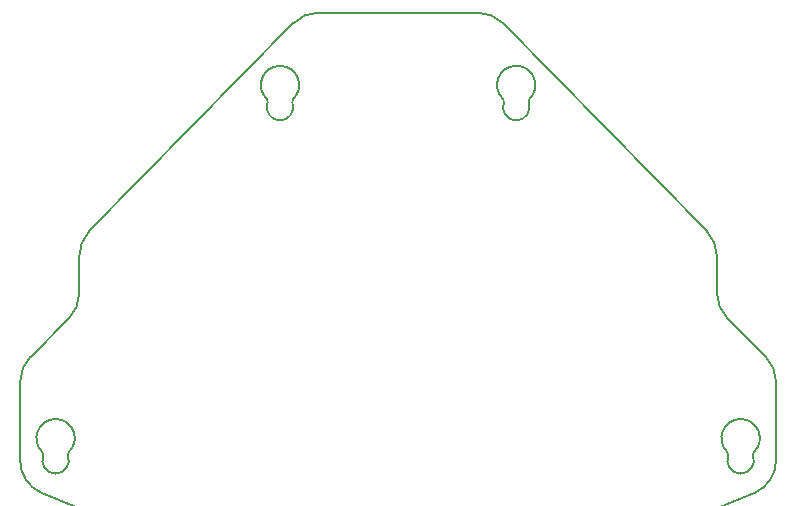
<source format=gbr>
G04 #@! TF.GenerationSoftware,KiCad,Pcbnew,7.0.2-0*
G04 #@! TF.CreationDate,2023-07-23T18:41:44+09:00*
G04 #@! TF.ProjectId,boost_board2,626f6f73-745f-4626-9f61-7264322e6b69,rev?*
G04 #@! TF.SameCoordinates,Original*
G04 #@! TF.FileFunction,Profile,NP*
%FSLAX46Y46*%
G04 Gerber Fmt 4.6, Leading zero omitted, Abs format (unit mm)*
G04 Created by KiCad (PCBNEW 7.0.2-0) date 2023-07-23 18:41:44*
%MOMM*%
%LPD*%
G01*
G04 APERTURE LIST*
G04 #@! TA.AperFunction,Profile*
%ADD10C,0.200000*%
G04 #@! TD*
G04 APERTURE END LIST*
D10*
X181121321Y-89121321D02*
X177878680Y-85878680D01*
X177953364Y-97488947D02*
G75*
G03*
X177891331Y-97214498I-232664J91647D01*
G01*
X182000000Y-97901443D02*
X182000000Y-91242642D01*
X141117718Y-60900673D02*
X123856912Y-78521280D01*
X177953356Y-97488944D02*
G75*
G03*
X180046646Y-97488943I1046645J-412500D01*
G01*
X118878671Y-89121313D02*
G75*
G03*
X118000000Y-91242642I2121029J-2121187D01*
G01*
X180108636Y-97214462D02*
G75*
G03*
X180046647Y-97488943I170464J-182738D01*
G01*
X180108670Y-97214498D02*
G75*
G03*
X177891331Y-97214498I-1108669J1188055D01*
G01*
X143260806Y-59999963D02*
G75*
G03*
X141117718Y-60900673I94J-3000137D01*
G01*
X123856918Y-78521286D02*
G75*
G03*
X123000000Y-80620607I2143282J-2099414D01*
G01*
X117999961Y-97901443D02*
G75*
G03*
X119791666Y-100647336I3000039J43D01*
G01*
X122108669Y-97214498D02*
G75*
G03*
X119891330Y-97214498I-1108669J1188055D01*
G01*
X122121299Y-85878659D02*
G75*
G03*
X123000000Y-83757360I-2121099J2121259D01*
G01*
X123000000Y-80620607D02*
X123000000Y-83757360D01*
X119953306Y-97488925D02*
G75*
G03*
X119891329Y-97214499I-232406J91725D01*
G01*
X141108670Y-67313056D02*
G75*
G03*
X138891330Y-67313056I-1108670J1188055D01*
G01*
X141108651Y-67313035D02*
G75*
G03*
X141046647Y-67587501I170549J-182765D01*
G01*
X176143088Y-78521280D02*
X158882282Y-60900673D01*
X180208318Y-100647300D02*
G75*
G03*
X182000000Y-97901443I-1208318J2745900D01*
G01*
X161108634Y-67313018D02*
G75*
G03*
X161046648Y-67587501I170666J-182782D01*
G01*
X181999971Y-91242642D02*
G75*
G03*
X181121321Y-89121321I-2999971J42D01*
G01*
X176999953Y-80620607D02*
G75*
G03*
X176143088Y-78521280I-2999853J107D01*
G01*
X161108670Y-67313056D02*
G75*
G03*
X158891330Y-67313056I-1108670J1188055D01*
G01*
X122121320Y-85878680D02*
X118878679Y-89121321D01*
X177000000Y-83757360D02*
X177000000Y-80620607D01*
X118000000Y-91242642D02*
X118000000Y-97901443D01*
X177000000Y-83757360D02*
G75*
G03*
X177878680Y-85878680I2999900J-40D01*
G01*
X158882264Y-60900691D02*
G75*
G03*
X156739194Y-60000000I-2143064J-2099209D01*
G01*
X122108710Y-97214542D02*
G75*
G03*
X122046647Y-97488943I170390J-182758D01*
G01*
X119791666Y-100647335D02*
G75*
G03*
X180208334Y-100647335I30208334J68647338D01*
G01*
X138953406Y-67587522D02*
G75*
G03*
X138891330Y-67313056I-232706J91622D01*
G01*
X138953355Y-67587502D02*
G75*
G03*
X141046645Y-67587501I1046645J-412500D01*
G01*
X158953326Y-67587490D02*
G75*
G03*
X158891330Y-67313057I-232526J91690D01*
G01*
X119953353Y-97488943D02*
G75*
G03*
X122046645Y-97488943I1046646J-412501D01*
G01*
X156739194Y-60000000D02*
X143260806Y-60000000D01*
X158953356Y-67587502D02*
G75*
G03*
X161046646Y-67587501I1046645J-412500D01*
G01*
M02*

</source>
